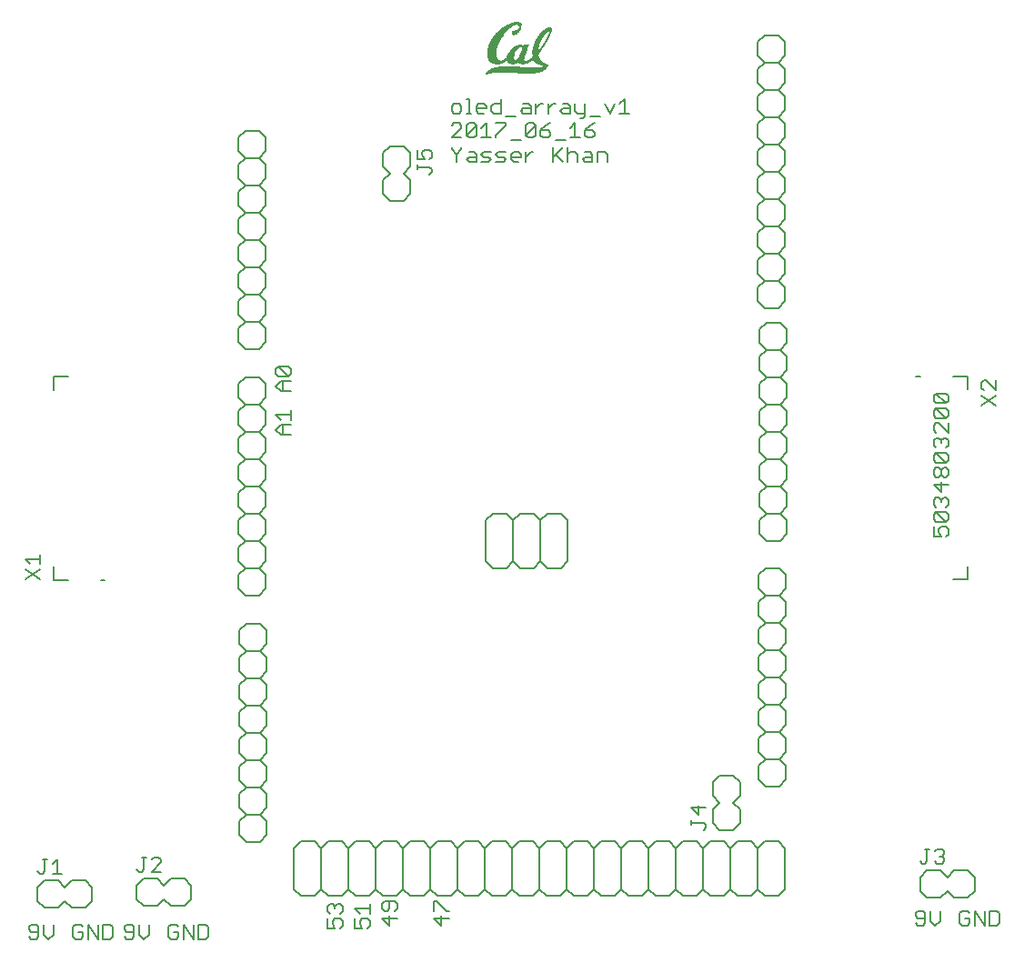
<source format=gto>
G75*
%MOIN*%
%OFA0B0*%
%FSLAX25Y25*%
%IPPOS*%
%LPD*%
%AMOC8*
5,1,8,0,0,1.08239X$1,22.5*
%
%ADD10C,0.00500*%
%ADD11R,0.00300X0.00100*%
%ADD12R,0.00600X0.00100*%
%ADD13R,0.00900X0.00100*%
%ADD14R,0.01300X0.00100*%
%ADD15R,0.01600X0.00100*%
%ADD16R,0.02800X0.00100*%
%ADD17R,0.02000X0.00100*%
%ADD18R,0.06400X0.00100*%
%ADD19R,0.02600X0.00100*%
%ADD20R,0.08700X0.00100*%
%ADD21R,0.03700X0.00100*%
%ADD22R,0.11100X0.00100*%
%ADD23R,0.19100X0.00100*%
%ADD24R,0.19300X0.00100*%
%ADD25R,0.19500X0.00100*%
%ADD26R,0.19700X0.00100*%
%ADD27R,0.19800X0.00100*%
%ADD28R,0.19600X0.00100*%
%ADD29R,0.19400X0.00100*%
%ADD30R,0.12400X0.00100*%
%ADD31R,0.02700X0.00100*%
%ADD32R,0.10300X0.00100*%
%ADD33R,0.02300X0.00100*%
%ADD34R,0.08000X0.00100*%
%ADD35R,0.02200X0.00100*%
%ADD36R,0.05400X0.00100*%
%ADD37R,0.00800X0.00100*%
%ADD38R,0.01900X0.00100*%
%ADD39R,0.01800X0.00100*%
%ADD40R,0.01700X0.00100*%
%ADD41R,0.02900X0.00100*%
%ADD42R,0.03000X0.00100*%
%ADD43R,0.01500X0.00100*%
%ADD44R,0.02100X0.00100*%
%ADD45R,0.03300X0.00100*%
%ADD46R,0.02500X0.00100*%
%ADD47R,0.03800X0.00100*%
%ADD48R,0.03200X0.00100*%
%ADD49R,0.04300X0.00100*%
%ADD50R,0.03100X0.00100*%
%ADD51R,0.03400X0.00100*%
%ADD52R,0.04600X0.00100*%
%ADD53R,0.04900X0.00100*%
%ADD54R,0.03600X0.00100*%
%ADD55R,0.04000X0.00100*%
%ADD56R,0.05200X0.00100*%
%ADD57R,0.04200X0.00100*%
%ADD58R,0.08500X0.00100*%
%ADD59R,0.05800X0.00100*%
%ADD60R,0.08600X0.00100*%
%ADD61R,0.06000X0.00100*%
%ADD62R,0.06900X0.00100*%
%ADD63R,0.04100X0.00100*%
%ADD64R,0.06700X0.00100*%
%ADD65R,0.03900X0.00100*%
%ADD66R,0.07900X0.00100*%
%ADD67R,0.07600X0.00100*%
%ADD68R,0.01400X0.00100*%
%ADD69R,0.03500X0.00100*%
%ADD70R,0.02400X0.00100*%
%ADD71R,0.01000X0.00100*%
%ADD72R,0.05100X0.00100*%
%ADD73R,0.05000X0.00100*%
%ADD74R,0.04800X0.00100*%
%ADD75R,0.00700X0.00100*%
%ADD76R,0.00400X0.00100*%
%ADD77R,0.01100X0.00100*%
%ADD78R,0.01200X0.00100*%
%ADD79R,0.04500X0.00100*%
%ADD80C,0.00600*%
%ADD81C,0.00800*%
D10*
X0010052Y0009850D02*
X0011855Y0009850D01*
X0012757Y0010752D01*
X0012757Y0014358D01*
X0011855Y0015260D01*
X0010052Y0015260D01*
X0009150Y0014358D01*
X0009150Y0013457D01*
X0010052Y0012555D01*
X0012757Y0012555D01*
X0014588Y0011653D02*
X0016391Y0009850D01*
X0018194Y0011653D01*
X0018194Y0015260D01*
X0014588Y0015260D02*
X0014588Y0011653D01*
X0010052Y0009850D02*
X0009150Y0010752D01*
X0025463Y0010752D02*
X0026365Y0009850D01*
X0028168Y0009850D01*
X0029070Y0010752D01*
X0029070Y0012555D01*
X0027266Y0012555D01*
X0025463Y0014358D02*
X0025463Y0010752D01*
X0025463Y0014358D02*
X0026365Y0015260D01*
X0028168Y0015260D01*
X0029070Y0014358D01*
X0030901Y0015260D02*
X0034508Y0009850D01*
X0034508Y0015260D01*
X0036339Y0015260D02*
X0039044Y0015260D01*
X0039945Y0014358D01*
X0039945Y0010752D01*
X0039044Y0009850D01*
X0036339Y0009850D01*
X0036339Y0015260D01*
X0030901Y0015260D02*
X0030901Y0009850D01*
X0044150Y0010752D02*
X0045052Y0009850D01*
X0046855Y0009850D01*
X0047757Y0010752D01*
X0047757Y0014358D01*
X0046855Y0015260D01*
X0045052Y0015260D01*
X0044150Y0014358D01*
X0044150Y0013457D01*
X0045052Y0012555D01*
X0047757Y0012555D01*
X0049588Y0011653D02*
X0051391Y0009850D01*
X0053194Y0011653D01*
X0053194Y0015260D01*
X0049588Y0015260D02*
X0049588Y0011653D01*
X0060463Y0010752D02*
X0061365Y0009850D01*
X0063168Y0009850D01*
X0064070Y0010752D01*
X0064070Y0012555D01*
X0062266Y0012555D01*
X0060463Y0014358D02*
X0060463Y0010752D01*
X0060463Y0014358D02*
X0061365Y0015260D01*
X0063168Y0015260D01*
X0064070Y0014358D01*
X0065901Y0015260D02*
X0069508Y0009850D01*
X0069508Y0015260D01*
X0071339Y0015260D02*
X0074044Y0015260D01*
X0074945Y0014358D01*
X0074945Y0010752D01*
X0074044Y0009850D01*
X0071339Y0009850D01*
X0071339Y0015260D01*
X0065901Y0015260D02*
X0065901Y0009850D01*
X0118745Y0013875D02*
X0121450Y0013875D01*
X0120549Y0015678D01*
X0120549Y0016580D01*
X0121450Y0017481D01*
X0123254Y0017481D01*
X0124156Y0016580D01*
X0124156Y0014776D01*
X0123254Y0013875D01*
X0128745Y0013875D02*
X0128745Y0017481D01*
X0130549Y0016580D02*
X0131450Y0017481D01*
X0133254Y0017481D01*
X0134156Y0016580D01*
X0134156Y0014776D01*
X0133254Y0013875D01*
X0131450Y0013875D02*
X0130549Y0015678D01*
X0130549Y0016580D01*
X0130549Y0019312D02*
X0128745Y0021116D01*
X0134156Y0021116D01*
X0134156Y0022919D02*
X0134156Y0019312D01*
X0138745Y0017580D02*
X0141450Y0014875D01*
X0141450Y0018481D01*
X0140549Y0020312D02*
X0141450Y0021214D01*
X0141450Y0023919D01*
X0139647Y0023919D02*
X0143254Y0023919D01*
X0144156Y0023017D01*
X0144156Y0021214D01*
X0143254Y0020312D01*
X0140549Y0020312D02*
X0139647Y0020312D01*
X0138745Y0021214D01*
X0138745Y0023017D01*
X0139647Y0023919D01*
X0138745Y0017580D02*
X0144156Y0017580D01*
X0131450Y0013875D02*
X0128745Y0013875D01*
X0123254Y0019312D02*
X0124156Y0020214D01*
X0124156Y0022017D01*
X0123254Y0022919D01*
X0122352Y0022919D01*
X0121450Y0022017D01*
X0121450Y0021116D01*
X0121450Y0022017D02*
X0120549Y0022919D01*
X0119647Y0022919D01*
X0118745Y0022017D01*
X0118745Y0020214D01*
X0119647Y0019312D01*
X0118745Y0017481D02*
X0118745Y0013875D01*
X0157745Y0017580D02*
X0160450Y0014875D01*
X0160450Y0018481D01*
X0162254Y0020312D02*
X0163156Y0020312D01*
X0162254Y0020312D02*
X0158647Y0023919D01*
X0157745Y0023919D01*
X0157745Y0020312D01*
X0157745Y0017580D02*
X0163156Y0017580D01*
X0013235Y0141922D02*
X0007825Y0145529D01*
X0009628Y0147360D02*
X0007825Y0149164D01*
X0013235Y0149164D01*
X0013235Y0150967D02*
X0013235Y0147360D01*
X0013235Y0145529D02*
X0007825Y0141922D01*
X0099745Y0196678D02*
X0101549Y0198481D01*
X0105156Y0198481D01*
X0105156Y0200312D02*
X0105156Y0203919D01*
X0105156Y0202116D02*
X0099745Y0202116D01*
X0101549Y0200312D01*
X0102450Y0198481D02*
X0102450Y0194875D01*
X0101549Y0194875D02*
X0099745Y0196678D01*
X0101549Y0194875D02*
X0105156Y0194875D01*
X0105156Y0210875D02*
X0101549Y0210875D01*
X0099745Y0212678D01*
X0101549Y0214481D01*
X0105156Y0214481D01*
X0104254Y0216312D02*
X0100647Y0216312D01*
X0099745Y0217214D01*
X0099745Y0219017D01*
X0100647Y0219919D01*
X0104254Y0216312D01*
X0105156Y0217214D01*
X0105156Y0219017D01*
X0104254Y0219919D01*
X0100647Y0219919D01*
X0102450Y0214481D02*
X0102450Y0210875D01*
X0165953Y0294850D02*
X0165953Y0297555D01*
X0167757Y0299358D01*
X0167757Y0300260D01*
X0165953Y0297555D02*
X0164150Y0299358D01*
X0164150Y0300260D01*
X0164150Y0303708D02*
X0167757Y0307315D01*
X0167757Y0308217D01*
X0166855Y0309118D01*
X0165052Y0309118D01*
X0164150Y0308217D01*
X0165052Y0312567D02*
X0164150Y0313468D01*
X0164150Y0315272D01*
X0165052Y0316173D01*
X0166855Y0316173D01*
X0167757Y0315272D01*
X0167757Y0313468D01*
X0166855Y0312567D01*
X0165052Y0312567D01*
X0169588Y0312567D02*
X0171391Y0312567D01*
X0170489Y0312567D02*
X0170489Y0317977D01*
X0169588Y0317977D01*
X0173213Y0315272D02*
X0174115Y0316173D01*
X0175918Y0316173D01*
X0176820Y0315272D01*
X0176820Y0314370D01*
X0173213Y0314370D01*
X0173213Y0313468D02*
X0173213Y0315272D01*
X0173213Y0313468D02*
X0174115Y0312567D01*
X0175918Y0312567D01*
X0178651Y0313468D02*
X0178651Y0315272D01*
X0179552Y0316173D01*
X0182257Y0316173D01*
X0182257Y0317977D02*
X0182257Y0312567D01*
X0179552Y0312567D01*
X0178651Y0313468D01*
X0184088Y0311665D02*
X0187695Y0311665D01*
X0189526Y0313468D02*
X0190428Y0314370D01*
X0193133Y0314370D01*
X0193133Y0315272D02*
X0193133Y0312567D01*
X0190428Y0312567D01*
X0189526Y0313468D01*
X0190428Y0316173D02*
X0192231Y0316173D01*
X0193133Y0315272D01*
X0194964Y0316173D02*
X0194964Y0312567D01*
X0194964Y0314370D02*
X0196767Y0316173D01*
X0197669Y0316173D01*
X0199495Y0316173D02*
X0199495Y0312567D01*
X0199495Y0314370D02*
X0201298Y0316173D01*
X0202200Y0316173D01*
X0204928Y0316173D02*
X0206732Y0316173D01*
X0207633Y0315272D01*
X0207633Y0312567D01*
X0204928Y0312567D01*
X0204027Y0313468D01*
X0204928Y0314370D01*
X0207633Y0314370D01*
X0209464Y0313468D02*
X0210366Y0312567D01*
X0213071Y0312567D01*
X0213071Y0311665D02*
X0212169Y0310763D01*
X0211268Y0310763D01*
X0213071Y0311665D02*
X0213071Y0316173D01*
X0209464Y0316173D02*
X0209464Y0313468D01*
X0214902Y0311665D02*
X0218509Y0311665D01*
X0216696Y0309118D02*
X0214893Y0308217D01*
X0213089Y0306413D01*
X0215794Y0306413D01*
X0216696Y0305512D01*
X0216696Y0304610D01*
X0215794Y0303708D01*
X0213991Y0303708D01*
X0213089Y0304610D01*
X0213089Y0306413D01*
X0211258Y0303708D02*
X0207652Y0303708D01*
X0209455Y0303708D02*
X0209455Y0309118D01*
X0207652Y0307315D01*
X0205821Y0302807D02*
X0202214Y0302807D01*
X0200383Y0304610D02*
X0200383Y0305512D01*
X0199481Y0306413D01*
X0196776Y0306413D01*
X0196776Y0304610D01*
X0197678Y0303708D01*
X0199481Y0303708D01*
X0200383Y0304610D01*
X0198580Y0308217D02*
X0196776Y0306413D01*
X0198580Y0308217D02*
X0200383Y0309118D01*
X0194945Y0308217D02*
X0194945Y0304610D01*
X0194044Y0303708D01*
X0192240Y0303708D01*
X0191339Y0304610D01*
X0194945Y0308217D01*
X0194044Y0309118D01*
X0192240Y0309118D01*
X0191339Y0308217D01*
X0191339Y0304610D01*
X0189508Y0302807D02*
X0185901Y0302807D01*
X0180463Y0303708D02*
X0180463Y0304610D01*
X0184070Y0308217D01*
X0184070Y0309118D01*
X0180463Y0309118D01*
X0176829Y0309118D02*
X0176829Y0303708D01*
X0178632Y0303708D02*
X0175025Y0303708D01*
X0173194Y0304610D02*
X0173194Y0308217D01*
X0169588Y0304610D01*
X0170489Y0303708D01*
X0172293Y0303708D01*
X0173194Y0304610D01*
X0175025Y0307315D02*
X0176829Y0309118D01*
X0173194Y0308217D02*
X0172293Y0309118D01*
X0170489Y0309118D01*
X0169588Y0308217D01*
X0169588Y0304610D01*
X0167757Y0303708D02*
X0164150Y0303708D01*
X0170489Y0298457D02*
X0172293Y0298457D01*
X0173194Y0297555D01*
X0173194Y0294850D01*
X0170489Y0294850D01*
X0169588Y0295752D01*
X0170489Y0296653D01*
X0173194Y0296653D01*
X0175025Y0297555D02*
X0175927Y0298457D01*
X0178632Y0298457D01*
X0177730Y0296653D02*
X0178632Y0295752D01*
X0177730Y0294850D01*
X0175025Y0294850D01*
X0175927Y0296653D02*
X0175025Y0297555D01*
X0175927Y0296653D02*
X0177730Y0296653D01*
X0180463Y0297555D02*
X0181365Y0298457D01*
X0184070Y0298457D01*
X0183168Y0296653D02*
X0181365Y0296653D01*
X0180463Y0297555D01*
X0180463Y0294850D02*
X0183168Y0294850D01*
X0184070Y0295752D01*
X0183168Y0296653D01*
X0185901Y0296653D02*
X0189508Y0296653D01*
X0189508Y0297555D01*
X0188606Y0298457D01*
X0186803Y0298457D01*
X0185901Y0297555D01*
X0185901Y0295752D01*
X0186803Y0294850D01*
X0188606Y0294850D01*
X0191339Y0294850D02*
X0191339Y0298457D01*
X0193142Y0298457D02*
X0194044Y0298457D01*
X0193142Y0298457D02*
X0191339Y0296653D01*
X0201308Y0296653D02*
X0204914Y0300260D01*
X0206745Y0300260D02*
X0206745Y0294850D01*
X0204914Y0294850D02*
X0202209Y0297555D01*
X0201308Y0300260D02*
X0201308Y0294850D01*
X0206745Y0297555D02*
X0207647Y0298457D01*
X0209450Y0298457D01*
X0210352Y0297555D01*
X0210352Y0294850D01*
X0212183Y0295752D02*
X0213085Y0296653D01*
X0215790Y0296653D01*
X0215790Y0297555D02*
X0215790Y0294850D01*
X0213085Y0294850D01*
X0212183Y0295752D01*
X0213085Y0298457D02*
X0214888Y0298457D01*
X0215790Y0297555D01*
X0217621Y0298457D02*
X0220326Y0298457D01*
X0221228Y0297555D01*
X0221228Y0294850D01*
X0217621Y0294850D02*
X0217621Y0298457D01*
X0222143Y0312567D02*
X0223946Y0316173D01*
X0225777Y0316173D02*
X0227581Y0317977D01*
X0227581Y0312567D01*
X0229384Y0312567D02*
X0225777Y0312567D01*
X0222143Y0312567D02*
X0220340Y0316173D01*
X0340863Y0209088D02*
X0340863Y0207285D01*
X0341764Y0206383D01*
X0345371Y0206383D01*
X0341764Y0209990D01*
X0345371Y0209990D01*
X0346273Y0209088D01*
X0346273Y0207285D01*
X0345371Y0206383D01*
X0345371Y0204552D02*
X0346273Y0203650D01*
X0346273Y0201847D01*
X0345371Y0200945D01*
X0341764Y0204552D01*
X0345371Y0204552D01*
X0341764Y0204552D02*
X0340863Y0203650D01*
X0340863Y0201847D01*
X0341764Y0200945D01*
X0345371Y0200945D01*
X0346273Y0199114D02*
X0346273Y0195508D01*
X0342666Y0199114D01*
X0341764Y0199114D01*
X0340863Y0198213D01*
X0340863Y0196409D01*
X0341764Y0195508D01*
X0341764Y0193677D02*
X0342666Y0193677D01*
X0343568Y0192775D01*
X0344469Y0193677D01*
X0345371Y0193677D01*
X0346273Y0192775D01*
X0346273Y0190972D01*
X0345371Y0190070D01*
X0345371Y0188239D02*
X0346273Y0187337D01*
X0346273Y0185534D01*
X0345371Y0184632D01*
X0341764Y0188239D01*
X0345371Y0188239D01*
X0341764Y0188239D02*
X0340863Y0187337D01*
X0340863Y0185534D01*
X0341764Y0184632D01*
X0345371Y0184632D01*
X0345371Y0182801D02*
X0346273Y0181900D01*
X0346273Y0180096D01*
X0345371Y0179195D01*
X0344469Y0179195D01*
X0343568Y0180096D01*
X0343568Y0181900D01*
X0344469Y0182801D01*
X0345371Y0182801D01*
X0343568Y0181900D02*
X0342666Y0182801D01*
X0341764Y0182801D01*
X0340863Y0181900D01*
X0340863Y0180096D01*
X0341764Y0179195D01*
X0342666Y0179195D01*
X0343568Y0180096D01*
X0343568Y0177364D02*
X0343568Y0173757D01*
X0340863Y0176462D01*
X0346273Y0176462D01*
X0345371Y0171926D02*
X0346273Y0171024D01*
X0346273Y0169221D01*
X0345371Y0168319D01*
X0345371Y0166488D02*
X0346273Y0165586D01*
X0346273Y0163783D01*
X0345371Y0162881D01*
X0341764Y0166488D01*
X0345371Y0166488D01*
X0345371Y0162881D02*
X0341764Y0162881D01*
X0340863Y0163783D01*
X0340863Y0165586D01*
X0341764Y0166488D01*
X0341764Y0168319D02*
X0340863Y0169221D01*
X0340863Y0171024D01*
X0341764Y0171926D01*
X0342666Y0171926D01*
X0343568Y0171024D01*
X0344469Y0171926D01*
X0345371Y0171926D01*
X0343568Y0171024D02*
X0343568Y0170122D01*
X0343568Y0161050D02*
X0345371Y0161050D01*
X0346273Y0160149D01*
X0346273Y0158345D01*
X0345371Y0157444D01*
X0343568Y0157444D02*
X0342666Y0159247D01*
X0342666Y0160149D01*
X0343568Y0161050D01*
X0340863Y0161050D02*
X0340863Y0157444D01*
X0343568Y0157444D01*
X0341764Y0190070D02*
X0340863Y0190972D01*
X0340863Y0192775D01*
X0341764Y0193677D01*
X0343568Y0192775D02*
X0343568Y0191873D01*
X0358267Y0205670D02*
X0363678Y0209277D01*
X0363678Y0211108D02*
X0360071Y0214714D01*
X0359169Y0214714D01*
X0358267Y0213813D01*
X0358267Y0212009D01*
X0359169Y0211108D01*
X0358267Y0209277D02*
X0363678Y0205670D01*
X0363678Y0211108D02*
X0363678Y0214714D01*
X0341764Y0209990D02*
X0340863Y0209088D01*
X0339588Y0020260D02*
X0339588Y0016653D01*
X0341391Y0014850D01*
X0343194Y0016653D01*
X0343194Y0020260D01*
X0337757Y0019358D02*
X0337757Y0015752D01*
X0336855Y0014850D01*
X0335052Y0014850D01*
X0334150Y0015752D01*
X0335052Y0017555D02*
X0334150Y0018457D01*
X0334150Y0019358D01*
X0335052Y0020260D01*
X0336855Y0020260D01*
X0337757Y0019358D01*
X0337757Y0017555D02*
X0335052Y0017555D01*
X0350463Y0015752D02*
X0351365Y0014850D01*
X0353168Y0014850D01*
X0354070Y0015752D01*
X0354070Y0017555D01*
X0352266Y0017555D01*
X0350463Y0019358D02*
X0350463Y0015752D01*
X0350463Y0019358D02*
X0351365Y0020260D01*
X0353168Y0020260D01*
X0354070Y0019358D01*
X0355901Y0020260D02*
X0359508Y0014850D01*
X0359508Y0020260D01*
X0361339Y0020260D02*
X0361339Y0014850D01*
X0364044Y0014850D01*
X0364945Y0015752D01*
X0364945Y0019358D01*
X0364044Y0020260D01*
X0361339Y0020260D01*
X0355901Y0020260D02*
X0355901Y0014850D01*
D11*
X0176800Y0326800D03*
X0186400Y0330500D03*
D12*
X0176950Y0326900D03*
X0199950Y0341200D03*
X0200150Y0341700D03*
X0200250Y0342000D03*
X0200250Y0344000D03*
D13*
X0198600Y0338500D03*
X0198400Y0338200D03*
X0198300Y0338000D03*
X0198200Y0337900D03*
X0198200Y0337800D03*
X0198100Y0337700D03*
X0198000Y0337600D03*
X0198000Y0337500D03*
X0197900Y0337400D03*
X0197800Y0337300D03*
X0197800Y0337200D03*
X0197700Y0337100D03*
X0197600Y0337000D03*
X0197600Y0336900D03*
X0197500Y0336800D03*
X0197400Y0336700D03*
X0197400Y0336600D03*
X0197300Y0336500D03*
X0197200Y0336400D03*
X0197100Y0336300D03*
X0197100Y0336200D03*
X0197000Y0336100D03*
X0196900Y0336000D03*
X0189100Y0343400D03*
X0189200Y0343600D03*
X0189400Y0344400D03*
X0177200Y0327000D03*
D14*
X0177400Y0327100D03*
X0200100Y0343800D03*
D15*
X0188250Y0345800D03*
X0189350Y0337400D03*
X0192750Y0331700D03*
X0190250Y0330600D03*
X0183350Y0331700D03*
X0177650Y0327200D03*
D16*
X0180950Y0330700D03*
X0185550Y0332900D03*
X0192450Y0327200D03*
X0196650Y0330800D03*
X0195150Y0334800D03*
X0195150Y0334900D03*
D17*
X0195350Y0337700D03*
X0195450Y0337900D03*
X0195450Y0338000D03*
X0195550Y0338200D03*
X0195550Y0338300D03*
X0195650Y0338400D03*
X0195650Y0338500D03*
X0195750Y0338600D03*
X0195750Y0338700D03*
X0195850Y0338900D03*
X0195950Y0339100D03*
X0196050Y0339300D03*
X0196150Y0339500D03*
X0196250Y0339700D03*
X0196550Y0340200D03*
X0197850Y0341900D03*
X0197950Y0342000D03*
X0198050Y0342100D03*
X0198150Y0342200D03*
X0198250Y0342300D03*
X0191450Y0337300D03*
X0191450Y0337200D03*
X0191050Y0336300D03*
X0191050Y0336200D03*
X0191050Y0336100D03*
X0190250Y0334100D03*
X0190050Y0333600D03*
X0189950Y0333400D03*
X0189950Y0333300D03*
X0189850Y0333200D03*
X0189850Y0333100D03*
X0189750Y0332900D03*
X0189250Y0337300D03*
X0187350Y0341800D03*
X0198250Y0329500D03*
X0177950Y0327300D03*
D18*
X0191750Y0327300D03*
D19*
X0189450Y0332200D03*
X0185650Y0333200D03*
X0185650Y0333300D03*
X0178350Y0327400D03*
X0183450Y0343100D03*
X0183550Y0343200D03*
X0183650Y0343300D03*
X0183750Y0343400D03*
X0195050Y0334600D03*
X0194950Y0332800D03*
X0195650Y0331600D03*
X0195750Y0331500D03*
X0195850Y0331400D03*
X0195950Y0331300D03*
X0196050Y0331200D03*
X0196150Y0331100D03*
X0198150Y0330200D03*
X0199550Y0343100D03*
D20*
X0191100Y0327400D03*
D21*
X0190600Y0331100D03*
X0179600Y0332000D03*
X0179000Y0327500D03*
D22*
X0190400Y0327500D03*
D23*
X0189400Y0329100D03*
X0186800Y0327600D03*
D24*
X0187000Y0327700D03*
X0189200Y0329000D03*
D25*
X0187200Y0327800D03*
D26*
X0187400Y0327900D03*
X0187600Y0328000D03*
X0188500Y0328600D03*
X0188700Y0328700D03*
D27*
X0188350Y0328500D03*
X0188250Y0328400D03*
X0188050Y0328300D03*
X0187950Y0328200D03*
X0187750Y0328100D03*
D28*
X0188850Y0328800D03*
D29*
X0189050Y0328900D03*
D30*
X0186450Y0329200D03*
D31*
X0185600Y0333000D03*
X0185600Y0333100D03*
X0189400Y0332100D03*
X0190400Y0330800D03*
X0194900Y0332700D03*
X0195100Y0334700D03*
X0196300Y0331000D03*
X0196500Y0330900D03*
X0197700Y0329200D03*
X0199500Y0343000D03*
X0186400Y0345000D03*
X0183300Y0343000D03*
X0183200Y0342900D03*
X0183100Y0342800D03*
X0183000Y0342700D03*
X0182900Y0342600D03*
X0182800Y0342500D03*
X0182700Y0342400D03*
D32*
X0185800Y0329300D03*
D33*
X0186000Y0334200D03*
X0186100Y0334400D03*
X0186200Y0334600D03*
X0186300Y0334800D03*
X0188000Y0336600D03*
X0188200Y0336700D03*
X0189600Y0332500D03*
X0190300Y0330700D03*
X0194900Y0333200D03*
X0194900Y0333300D03*
X0194900Y0333400D03*
X0194900Y0333500D03*
X0194900Y0333600D03*
X0194900Y0333700D03*
X0194900Y0333800D03*
X0194900Y0333900D03*
X0194900Y0334000D03*
X0194900Y0334100D03*
X0194900Y0334200D03*
X0198000Y0329300D03*
X0199700Y0343300D03*
X0187900Y0342500D03*
X0187600Y0342200D03*
X0187500Y0342100D03*
X0185300Y0344500D03*
X0185100Y0344400D03*
X0184800Y0344200D03*
X0188100Y0345700D03*
D34*
X0185150Y0329400D03*
D35*
X0189650Y0332600D03*
X0189650Y0332700D03*
X0186550Y0335100D03*
X0186550Y0335200D03*
X0186650Y0335300D03*
X0186750Y0335400D03*
X0186850Y0335600D03*
X0186950Y0335700D03*
X0187050Y0335800D03*
X0187150Y0335900D03*
X0187250Y0336000D03*
X0187350Y0336100D03*
X0187450Y0336200D03*
X0187550Y0336300D03*
X0187850Y0336500D03*
X0186450Y0335000D03*
X0186350Y0334900D03*
X0186250Y0334700D03*
X0186150Y0334500D03*
X0187450Y0342000D03*
X0188050Y0342600D03*
X0195150Y0337000D03*
X0195150Y0336900D03*
X0195050Y0336600D03*
X0195050Y0336500D03*
X0195050Y0336400D03*
X0195050Y0336300D03*
X0195050Y0336200D03*
X0194950Y0336100D03*
X0194950Y0336000D03*
X0194950Y0335900D03*
X0194950Y0335800D03*
X0194950Y0335700D03*
X0198150Y0329400D03*
X0198550Y0342500D03*
X0199750Y0343400D03*
D36*
X0184550Y0329500D03*
X0181050Y0331400D03*
D37*
X0184150Y0329600D03*
X0189150Y0343500D03*
X0189250Y0343700D03*
X0189250Y0343800D03*
X0189350Y0343900D03*
X0189350Y0344000D03*
X0189350Y0344100D03*
X0189350Y0344200D03*
X0189350Y0344300D03*
X0198950Y0339200D03*
X0198950Y0339100D03*
X0198850Y0339000D03*
X0198850Y0338900D03*
X0198750Y0338800D03*
X0198750Y0338700D03*
X0198650Y0338600D03*
X0198550Y0338400D03*
X0198450Y0338300D03*
X0198350Y0338100D03*
X0199050Y0339300D03*
X0199150Y0339500D03*
X0199250Y0339700D03*
X0199350Y0339900D03*
X0199450Y0340100D03*
X0199550Y0340300D03*
X0199650Y0340500D03*
X0200350Y0342400D03*
X0200350Y0342500D03*
D38*
X0199800Y0343500D03*
X0197800Y0341800D03*
X0197700Y0341700D03*
X0197600Y0341600D03*
X0197500Y0341500D03*
X0197400Y0341400D03*
X0197300Y0341300D03*
X0197200Y0341100D03*
X0197100Y0341000D03*
X0197000Y0340900D03*
X0196900Y0340700D03*
X0196800Y0340600D03*
X0196700Y0340500D03*
X0196700Y0340400D03*
X0196600Y0340300D03*
X0196500Y0340100D03*
X0196400Y0340000D03*
X0196400Y0339900D03*
X0196300Y0339800D03*
X0196200Y0339600D03*
X0196100Y0339400D03*
X0196000Y0339200D03*
X0195900Y0339000D03*
X0195800Y0338800D03*
X0191500Y0337500D03*
X0191500Y0337400D03*
X0191000Y0336000D03*
X0191000Y0335900D03*
X0190900Y0335800D03*
X0190900Y0335700D03*
X0190800Y0335500D03*
X0190800Y0335400D03*
X0190700Y0335200D03*
X0190600Y0335000D03*
X0190600Y0334900D03*
X0190500Y0334800D03*
X0190500Y0334700D03*
X0190500Y0334600D03*
X0190400Y0334500D03*
X0190400Y0334400D03*
X0190300Y0334300D03*
X0190300Y0334200D03*
X0190200Y0334000D03*
X0190200Y0333900D03*
X0190100Y0333800D03*
X0190100Y0333700D03*
X0190000Y0333500D03*
X0198500Y0330100D03*
X0198500Y0329700D03*
X0198400Y0329600D03*
X0187300Y0341700D03*
X0188200Y0342700D03*
X0180900Y0330600D03*
D39*
X0190650Y0335100D03*
X0190750Y0335300D03*
X0190850Y0335600D03*
X0192450Y0331600D03*
X0198550Y0330000D03*
X0198550Y0329800D03*
X0196950Y0340800D03*
X0197250Y0341200D03*
D40*
X0199900Y0343600D03*
X0188400Y0342800D03*
X0187200Y0341600D03*
X0198600Y0329900D03*
D41*
X0197900Y0330300D03*
X0196900Y0330700D03*
X0194800Y0332600D03*
X0195200Y0335000D03*
X0189300Y0332000D03*
X0186500Y0330900D03*
X0185500Y0332700D03*
X0185500Y0332800D03*
X0182300Y0342000D03*
X0182400Y0342100D03*
X0182500Y0342200D03*
X0182600Y0342300D03*
X0188000Y0345600D03*
X0199300Y0342800D03*
X0199400Y0342900D03*
D42*
X0199250Y0342700D03*
X0195250Y0335100D03*
X0197150Y0330600D03*
X0197350Y0330500D03*
X0197650Y0330400D03*
X0185450Y0332600D03*
X0181650Y0341200D03*
X0181750Y0341300D03*
X0181850Y0341400D03*
X0181850Y0341500D03*
X0181950Y0341600D03*
X0182050Y0341700D03*
X0182150Y0341800D03*
X0182250Y0341900D03*
D43*
X0192900Y0331800D03*
X0193100Y0331900D03*
X0186500Y0330600D03*
X0200000Y0343700D03*
D44*
X0198400Y0342400D03*
X0195500Y0338100D03*
X0195400Y0337800D03*
X0195300Y0337600D03*
X0195300Y0337500D03*
X0195300Y0337400D03*
X0195200Y0337300D03*
X0195200Y0337200D03*
X0195200Y0337100D03*
X0195100Y0336800D03*
X0195100Y0336700D03*
X0191100Y0336600D03*
X0191100Y0336500D03*
X0191100Y0336400D03*
X0187700Y0336400D03*
X0186800Y0335500D03*
X0189800Y0333000D03*
X0189700Y0332800D03*
X0186500Y0330700D03*
X0187400Y0341900D03*
D45*
X0187900Y0345500D03*
X0180700Y0339900D03*
X0180500Y0339600D03*
X0180400Y0339400D03*
X0180300Y0339300D03*
X0180300Y0339200D03*
X0180200Y0339100D03*
X0180200Y0339000D03*
X0180100Y0338900D03*
X0180100Y0338800D03*
X0180000Y0338700D03*
X0179900Y0338500D03*
X0179800Y0338300D03*
X0179700Y0338100D03*
X0179700Y0338000D03*
X0179600Y0337900D03*
X0179600Y0337800D03*
X0179500Y0337600D03*
X0179400Y0337300D03*
X0179300Y0337000D03*
X0179200Y0336700D03*
X0179100Y0336300D03*
X0179000Y0335900D03*
X0178900Y0335200D03*
X0178900Y0335100D03*
X0178900Y0333600D03*
X0181000Y0330800D03*
D46*
X0185700Y0333400D03*
X0185700Y0333500D03*
X0185800Y0333600D03*
X0185800Y0333700D03*
X0186500Y0330800D03*
X0195400Y0331900D03*
X0195400Y0332000D03*
X0195500Y0331800D03*
X0195600Y0331700D03*
X0195000Y0334400D03*
X0195000Y0334500D03*
X0199600Y0343200D03*
X0186100Y0344900D03*
X0184100Y0343700D03*
X0184000Y0343600D03*
X0183900Y0343500D03*
D47*
X0185350Y0332100D03*
X0186550Y0331300D03*
X0180950Y0330900D03*
X0179750Y0331900D03*
D48*
X0185350Y0332400D03*
X0190450Y0330900D03*
X0194750Y0332400D03*
X0195350Y0335400D03*
X0195450Y0335500D03*
X0195450Y0335600D03*
X0181250Y0340700D03*
X0181050Y0340400D03*
X0180950Y0340300D03*
X0180850Y0340100D03*
X0180750Y0340000D03*
X0180650Y0339800D03*
X0180550Y0339700D03*
X0180450Y0339500D03*
D49*
X0181000Y0331000D03*
D50*
X0185400Y0332500D03*
X0186500Y0331000D03*
X0194800Y0332500D03*
X0195300Y0335200D03*
X0195300Y0335300D03*
X0199200Y0342600D03*
X0181600Y0341100D03*
X0181500Y0341000D03*
X0181400Y0340900D03*
X0181300Y0340800D03*
X0181200Y0340600D03*
X0181100Y0340500D03*
X0180900Y0340200D03*
D51*
X0179950Y0338600D03*
X0179850Y0338400D03*
X0179750Y0338200D03*
X0179550Y0337700D03*
X0179450Y0337500D03*
X0179450Y0337400D03*
X0179350Y0337200D03*
X0179350Y0337100D03*
X0179250Y0336900D03*
X0179250Y0336800D03*
X0179150Y0336600D03*
X0179150Y0336500D03*
X0179150Y0336400D03*
X0179050Y0336200D03*
X0179050Y0336100D03*
X0179050Y0336000D03*
X0178950Y0335800D03*
X0178950Y0335700D03*
X0178950Y0335600D03*
X0178950Y0335500D03*
X0178950Y0335400D03*
X0178950Y0335300D03*
X0178850Y0335000D03*
X0178850Y0334900D03*
X0178850Y0334800D03*
X0178850Y0334700D03*
X0178850Y0334600D03*
X0178850Y0334500D03*
X0178850Y0334400D03*
X0178850Y0334300D03*
X0178850Y0334200D03*
X0178850Y0334100D03*
X0178850Y0334000D03*
X0178850Y0333900D03*
X0178850Y0333800D03*
X0178850Y0333700D03*
X0178950Y0333500D03*
X0178950Y0333400D03*
X0178950Y0333300D03*
X0178950Y0333200D03*
X0179050Y0333100D03*
X0179050Y0333000D03*
X0179050Y0332900D03*
X0179150Y0332700D03*
X0185350Y0332300D03*
X0186550Y0331100D03*
X0190550Y0331000D03*
D52*
X0190050Y0337100D03*
X0181050Y0331100D03*
D53*
X0181000Y0331200D03*
D54*
X0179550Y0332100D03*
X0179450Y0332200D03*
X0185350Y0332200D03*
X0186550Y0331200D03*
X0194650Y0332200D03*
X0187750Y0345400D03*
D55*
X0190650Y0331200D03*
D56*
X0181050Y0331300D03*
D57*
X0190750Y0331300D03*
X0187550Y0345200D03*
D58*
X0188800Y0331400D03*
D59*
X0181050Y0331500D03*
D60*
X0188850Y0331500D03*
D61*
X0181050Y0331600D03*
D62*
X0187900Y0331600D03*
D63*
X0185400Y0332000D03*
X0180100Y0331700D03*
D64*
X0187700Y0331700D03*
D65*
X0194600Y0332100D03*
X0179900Y0331800D03*
X0187700Y0345300D03*
D66*
X0186900Y0331800D03*
D67*
X0186950Y0331900D03*
D68*
X0193250Y0332000D03*
X0187150Y0341500D03*
X0188650Y0342900D03*
X0189050Y0345000D03*
D69*
X0194700Y0332300D03*
X0179400Y0332300D03*
X0179300Y0332400D03*
X0179300Y0332500D03*
X0179200Y0332600D03*
X0179100Y0332800D03*
D70*
X0185850Y0333800D03*
X0185850Y0333900D03*
X0185950Y0334000D03*
X0185950Y0334100D03*
X0186050Y0334300D03*
X0189450Y0332300D03*
X0189550Y0332400D03*
X0191050Y0336700D03*
X0189150Y0337200D03*
X0187650Y0342300D03*
X0187750Y0342400D03*
X0185850Y0344800D03*
X0185650Y0344700D03*
X0185450Y0344600D03*
X0184950Y0344300D03*
X0184650Y0344100D03*
X0184550Y0344000D03*
X0184350Y0343900D03*
X0184250Y0343800D03*
X0194950Y0334300D03*
X0194950Y0333100D03*
X0194950Y0333000D03*
X0194950Y0332900D03*
D71*
X0196650Y0335700D03*
X0196750Y0335800D03*
X0196850Y0335900D03*
X0189450Y0337500D03*
X0188950Y0343200D03*
X0189050Y0343300D03*
X0189350Y0344500D03*
X0189350Y0344600D03*
X0189250Y0344800D03*
X0200150Y0343900D03*
D72*
X0189700Y0336800D03*
D73*
X0189850Y0336900D03*
D74*
X0189950Y0337000D03*
D75*
X0199100Y0339400D03*
X0199200Y0339600D03*
X0199300Y0339800D03*
X0199400Y0340000D03*
X0199500Y0340200D03*
X0199600Y0340400D03*
X0199700Y0340600D03*
X0199700Y0340700D03*
X0199800Y0340800D03*
X0199800Y0340900D03*
X0199900Y0341000D03*
X0199900Y0341100D03*
X0200000Y0341300D03*
X0200000Y0341400D03*
X0200100Y0341500D03*
X0200100Y0341600D03*
X0200200Y0341800D03*
X0200200Y0341900D03*
X0200300Y0342100D03*
X0200300Y0342200D03*
X0200300Y0342300D03*
D76*
X0187050Y0341300D03*
D77*
X0187100Y0341400D03*
X0188900Y0343100D03*
X0189300Y0344700D03*
D78*
X0189150Y0344900D03*
X0188750Y0343000D03*
D79*
X0187500Y0345100D03*
D80*
X0155921Y0299302D02*
X0156806Y0298417D01*
X0156806Y0296647D01*
X0155921Y0295762D01*
X0154150Y0295762D02*
X0153265Y0297532D01*
X0153265Y0298417D01*
X0154150Y0299302D01*
X0155921Y0299302D01*
X0154150Y0295762D02*
X0151495Y0295762D01*
X0151495Y0299302D01*
X0151495Y0293865D02*
X0151495Y0292095D01*
X0151495Y0292980D02*
X0155921Y0292980D01*
X0156806Y0292095D01*
X0156806Y0291210D01*
X0155921Y0290325D01*
X0095986Y0288811D02*
X0093486Y0286311D01*
X0088486Y0286311D01*
X0085986Y0288811D01*
X0085986Y0293811D01*
X0088486Y0296311D01*
X0085986Y0298811D01*
X0085986Y0303811D01*
X0088486Y0306311D01*
X0093486Y0306311D01*
X0095986Y0303811D01*
X0095986Y0298811D01*
X0093486Y0296311D01*
X0095986Y0293811D01*
X0095986Y0288811D01*
X0093486Y0286311D02*
X0095986Y0283811D01*
X0095986Y0278811D01*
X0093486Y0276311D01*
X0095986Y0273811D01*
X0095986Y0268811D01*
X0093486Y0266311D01*
X0095986Y0263811D01*
X0095986Y0258811D01*
X0093486Y0256311D01*
X0088486Y0256311D01*
X0085986Y0258811D01*
X0085986Y0263811D01*
X0088486Y0266311D01*
X0085986Y0268811D01*
X0085986Y0273811D01*
X0088486Y0276311D01*
X0085986Y0278811D01*
X0085986Y0283811D01*
X0088486Y0286311D01*
X0088486Y0276311D02*
X0093486Y0276311D01*
X0093486Y0266311D02*
X0088486Y0266311D01*
X0088486Y0256311D02*
X0085986Y0253811D01*
X0085986Y0248811D01*
X0088486Y0246311D01*
X0085986Y0243811D01*
X0085986Y0238811D01*
X0088486Y0236311D01*
X0085986Y0233811D01*
X0085986Y0228811D01*
X0088486Y0226311D01*
X0093486Y0226311D01*
X0095986Y0228811D01*
X0095986Y0233811D01*
X0093486Y0236311D01*
X0088486Y0236311D01*
X0093486Y0236311D02*
X0095986Y0238811D01*
X0095986Y0243811D01*
X0093486Y0246311D01*
X0088486Y0246311D01*
X0093486Y0246311D02*
X0095986Y0248811D01*
X0095986Y0253811D01*
X0093486Y0256311D01*
X0093486Y0215987D02*
X0088486Y0215987D01*
X0085986Y0213487D01*
X0085986Y0208487D01*
X0088486Y0205987D01*
X0085986Y0203487D01*
X0085986Y0198487D01*
X0088486Y0195987D01*
X0093486Y0195987D01*
X0095986Y0198487D01*
X0095986Y0203487D01*
X0093486Y0205987D01*
X0088486Y0205987D01*
X0093486Y0205987D02*
X0095986Y0208487D01*
X0095986Y0213487D01*
X0093486Y0215987D01*
X0093486Y0195987D02*
X0095986Y0193487D01*
X0095986Y0188487D01*
X0093486Y0185987D01*
X0095986Y0183487D01*
X0095986Y0178487D01*
X0093486Y0175987D01*
X0095986Y0173487D01*
X0095986Y0168487D01*
X0093486Y0165987D01*
X0088486Y0165987D01*
X0085986Y0168487D01*
X0085986Y0173487D01*
X0088486Y0175987D01*
X0085986Y0178487D01*
X0085986Y0183487D01*
X0088486Y0185987D01*
X0085986Y0188487D01*
X0085986Y0193487D01*
X0088486Y0195987D01*
X0088486Y0185987D02*
X0093486Y0185987D01*
X0093486Y0175987D02*
X0088486Y0175987D01*
X0088486Y0165987D02*
X0085986Y0163487D01*
X0085986Y0158487D01*
X0088486Y0155987D01*
X0085986Y0153487D01*
X0085986Y0148487D01*
X0088486Y0145987D01*
X0085986Y0143487D01*
X0085986Y0138487D01*
X0088486Y0135987D01*
X0093486Y0135987D01*
X0095986Y0138487D01*
X0095986Y0143487D01*
X0093486Y0145987D01*
X0088486Y0145987D01*
X0093486Y0145987D02*
X0095986Y0148487D01*
X0095986Y0153487D01*
X0093486Y0155987D01*
X0088486Y0155987D01*
X0093486Y0155987D02*
X0095986Y0158487D01*
X0095986Y0163487D01*
X0093486Y0165987D01*
X0093819Y0125663D02*
X0088819Y0125663D01*
X0086319Y0123163D01*
X0086319Y0118163D01*
X0088819Y0115663D01*
X0086319Y0113163D01*
X0086319Y0108163D01*
X0088819Y0105663D01*
X0093819Y0105663D01*
X0096319Y0108163D01*
X0096319Y0113163D01*
X0093819Y0115663D01*
X0088819Y0115663D01*
X0093819Y0115663D02*
X0096319Y0118163D01*
X0096319Y0123163D01*
X0093819Y0125663D01*
X0093819Y0105663D02*
X0096319Y0103163D01*
X0096319Y0098163D01*
X0093819Y0095663D01*
X0096319Y0093163D01*
X0096319Y0088163D01*
X0093819Y0085663D01*
X0096319Y0083163D01*
X0096319Y0078163D01*
X0093819Y0075663D01*
X0088819Y0075663D01*
X0086319Y0078163D01*
X0086319Y0083163D01*
X0088819Y0085663D01*
X0086319Y0088163D01*
X0086319Y0093163D01*
X0088819Y0095663D01*
X0086319Y0098163D01*
X0086319Y0103163D01*
X0088819Y0105663D01*
X0088819Y0095663D02*
X0093819Y0095663D01*
X0093819Y0085663D02*
X0088819Y0085663D01*
X0088819Y0075663D02*
X0086319Y0073163D01*
X0086319Y0068163D01*
X0088819Y0065663D01*
X0086319Y0063163D01*
X0086319Y0058163D01*
X0088819Y0055663D01*
X0086319Y0053163D01*
X0086319Y0048163D01*
X0088819Y0045663D01*
X0093819Y0045663D01*
X0096319Y0048163D01*
X0096319Y0053163D01*
X0093819Y0055663D01*
X0088819Y0055663D01*
X0093819Y0055663D02*
X0096319Y0058163D01*
X0096319Y0063163D01*
X0093819Y0065663D01*
X0088819Y0065663D01*
X0093819Y0065663D02*
X0096319Y0068163D01*
X0096319Y0073163D01*
X0093819Y0075663D01*
X0108939Y0045800D02*
X0113939Y0045800D01*
X0116439Y0043300D01*
X0116439Y0028300D01*
X0118939Y0025800D01*
X0123939Y0025800D01*
X0126439Y0028300D01*
X0126439Y0043300D01*
X0128939Y0045800D01*
X0133939Y0045800D01*
X0136439Y0043300D01*
X0136439Y0028300D01*
X0138939Y0025800D01*
X0143939Y0025800D01*
X0146439Y0028300D01*
X0146439Y0043300D01*
X0148939Y0045800D01*
X0153939Y0045800D01*
X0156439Y0043300D01*
X0156439Y0028300D01*
X0158939Y0025800D01*
X0163939Y0025800D01*
X0166439Y0028300D01*
X0166439Y0043300D01*
X0168939Y0045800D01*
X0173939Y0045800D01*
X0176439Y0043300D01*
X0176439Y0028300D01*
X0173939Y0025800D01*
X0168939Y0025800D01*
X0166439Y0028300D01*
X0156439Y0028300D02*
X0153939Y0025800D01*
X0148939Y0025800D01*
X0146439Y0028300D01*
X0136439Y0028300D02*
X0133939Y0025800D01*
X0128939Y0025800D01*
X0126439Y0028300D01*
X0116439Y0028300D02*
X0113939Y0025800D01*
X0108939Y0025800D01*
X0106439Y0028300D01*
X0106439Y0043300D01*
X0108939Y0045800D01*
X0116439Y0043300D02*
X0118939Y0045800D01*
X0123939Y0045800D01*
X0126439Y0043300D01*
X0136439Y0043300D02*
X0138939Y0045800D01*
X0143939Y0045800D01*
X0146439Y0043300D01*
X0156439Y0043300D02*
X0158939Y0045800D01*
X0163939Y0045800D01*
X0166439Y0043300D01*
X0176439Y0043300D02*
X0178939Y0045800D01*
X0183939Y0045800D01*
X0186439Y0043300D01*
X0186439Y0028300D01*
X0183939Y0025800D01*
X0178939Y0025800D01*
X0176439Y0028300D01*
X0186439Y0028300D02*
X0188939Y0025800D01*
X0193939Y0025800D01*
X0196439Y0028300D01*
X0196439Y0043300D01*
X0198939Y0045800D01*
X0203939Y0045800D01*
X0206439Y0043300D01*
X0206439Y0028300D01*
X0203939Y0025800D01*
X0198939Y0025800D01*
X0196439Y0028300D01*
X0206439Y0028300D02*
X0208939Y0025800D01*
X0213939Y0025800D01*
X0216439Y0028300D01*
X0216439Y0043300D01*
X0218939Y0045800D01*
X0223939Y0045800D01*
X0226439Y0043300D01*
X0226439Y0028300D01*
X0223939Y0025800D01*
X0218939Y0025800D01*
X0216439Y0028300D01*
X0226439Y0028300D02*
X0228939Y0025800D01*
X0233939Y0025800D01*
X0236439Y0028300D01*
X0236439Y0043300D01*
X0238939Y0045800D01*
X0243939Y0045800D01*
X0246439Y0043300D01*
X0246439Y0028300D01*
X0243939Y0025800D01*
X0238939Y0025800D01*
X0236439Y0028300D01*
X0246439Y0028300D02*
X0248939Y0025800D01*
X0253939Y0025800D01*
X0256439Y0028300D01*
X0256439Y0043300D01*
X0258939Y0045800D01*
X0263939Y0045800D01*
X0266439Y0043300D01*
X0266439Y0028300D01*
X0263939Y0025800D01*
X0258939Y0025800D01*
X0256439Y0028300D01*
X0266439Y0028300D02*
X0268939Y0025800D01*
X0273939Y0025800D01*
X0276439Y0028300D01*
X0276439Y0043300D01*
X0278939Y0045800D01*
X0283939Y0045800D01*
X0286439Y0043300D01*
X0286439Y0028300D01*
X0283939Y0025800D01*
X0278939Y0025800D01*
X0276439Y0028300D01*
X0276439Y0043300D02*
X0273939Y0045800D01*
X0268939Y0045800D01*
X0266439Y0043300D01*
X0257400Y0050885D02*
X0257400Y0051770D01*
X0256515Y0052655D01*
X0252090Y0052655D01*
X0252090Y0051770D02*
X0252090Y0053540D01*
X0254745Y0055438D02*
X0252090Y0058093D01*
X0257400Y0058093D01*
X0254745Y0058978D02*
X0254745Y0055438D01*
X0257400Y0050885D02*
X0256515Y0050000D01*
X0253939Y0045800D02*
X0256439Y0043300D01*
X0253939Y0045800D02*
X0248939Y0045800D01*
X0246439Y0043300D01*
X0236439Y0043300D02*
X0233939Y0045800D01*
X0228939Y0045800D01*
X0226439Y0043300D01*
X0216439Y0043300D02*
X0213939Y0045800D01*
X0208939Y0045800D01*
X0206439Y0043300D01*
X0196439Y0043300D02*
X0193939Y0045800D01*
X0188939Y0045800D01*
X0186439Y0043300D01*
X0276634Y0068494D02*
X0276634Y0073494D01*
X0279134Y0075994D01*
X0276634Y0078494D01*
X0276634Y0083494D01*
X0279134Y0085994D01*
X0276634Y0088494D01*
X0276634Y0093494D01*
X0279134Y0095994D01*
X0276634Y0098494D01*
X0276634Y0103494D01*
X0279134Y0105994D01*
X0276634Y0108494D01*
X0276634Y0113494D01*
X0279134Y0115994D01*
X0276634Y0118494D01*
X0276634Y0123494D01*
X0279134Y0125994D01*
X0276634Y0128494D01*
X0276634Y0133494D01*
X0279134Y0135994D01*
X0276634Y0138494D01*
X0276634Y0143494D01*
X0279134Y0145994D01*
X0284134Y0145994D01*
X0286634Y0143494D01*
X0286634Y0138494D01*
X0284134Y0135994D01*
X0286634Y0133494D01*
X0286634Y0128494D01*
X0284134Y0125994D01*
X0279134Y0125994D01*
X0284134Y0125994D02*
X0286634Y0123494D01*
X0286634Y0118494D01*
X0284134Y0115994D01*
X0286634Y0113494D01*
X0286634Y0108494D01*
X0284134Y0105994D01*
X0286634Y0103494D01*
X0286634Y0098494D01*
X0284134Y0095994D01*
X0279134Y0095994D01*
X0284134Y0095994D02*
X0286634Y0093494D01*
X0286634Y0088494D01*
X0284134Y0085994D01*
X0286634Y0083494D01*
X0286634Y0078494D01*
X0284134Y0075994D01*
X0286634Y0073494D01*
X0286634Y0068494D01*
X0284134Y0065994D01*
X0279134Y0065994D01*
X0276634Y0068494D01*
X0279134Y0075994D02*
X0284134Y0075994D01*
X0284134Y0085994D02*
X0279134Y0085994D01*
X0279134Y0105994D02*
X0284134Y0105994D01*
X0284134Y0115994D02*
X0279134Y0115994D01*
X0279134Y0135994D02*
X0284134Y0135994D01*
X0284467Y0155985D02*
X0279467Y0155985D01*
X0276967Y0158485D01*
X0276967Y0163485D01*
X0279467Y0165985D01*
X0276967Y0168485D01*
X0276967Y0173485D01*
X0279467Y0175985D01*
X0276967Y0178485D01*
X0276967Y0183485D01*
X0279467Y0185985D01*
X0276967Y0188485D01*
X0276967Y0193485D01*
X0279467Y0195985D01*
X0276967Y0198485D01*
X0276967Y0203485D01*
X0279467Y0205985D01*
X0276967Y0208485D01*
X0276967Y0213485D01*
X0279467Y0215985D01*
X0276967Y0218485D01*
X0276967Y0223485D01*
X0279467Y0225985D01*
X0276967Y0228485D01*
X0276967Y0233485D01*
X0279467Y0235985D01*
X0284467Y0235985D01*
X0286967Y0233485D01*
X0286967Y0228485D01*
X0284467Y0225985D01*
X0286967Y0223485D01*
X0286967Y0218485D01*
X0284467Y0215985D01*
X0279467Y0215985D01*
X0284467Y0215985D02*
X0286967Y0213485D01*
X0286967Y0208485D01*
X0284467Y0205985D01*
X0286967Y0203485D01*
X0286967Y0198485D01*
X0284467Y0195985D01*
X0286967Y0193485D01*
X0286967Y0188485D01*
X0284467Y0185985D01*
X0279467Y0185985D01*
X0284467Y0185985D02*
X0286967Y0183485D01*
X0286967Y0178485D01*
X0284467Y0175985D01*
X0286967Y0173485D01*
X0286967Y0168485D01*
X0284467Y0165985D01*
X0286967Y0163485D01*
X0286967Y0158485D01*
X0284467Y0155985D01*
X0284467Y0165985D02*
X0279467Y0165985D01*
X0279467Y0175985D02*
X0284467Y0175985D01*
X0284467Y0195985D02*
X0279467Y0195985D01*
X0279467Y0205985D02*
X0284467Y0205985D01*
X0284467Y0225985D02*
X0279467Y0225985D01*
X0278800Y0241309D02*
X0276300Y0243809D01*
X0276300Y0248809D01*
X0278800Y0251309D01*
X0276300Y0253809D01*
X0276300Y0258809D01*
X0278800Y0261309D01*
X0276300Y0263809D01*
X0276300Y0268809D01*
X0278800Y0271309D01*
X0276300Y0273809D01*
X0276300Y0278809D01*
X0278800Y0281309D01*
X0276300Y0283809D01*
X0276300Y0288809D01*
X0278800Y0291309D01*
X0276300Y0293809D01*
X0276300Y0298809D01*
X0278800Y0301309D01*
X0276300Y0303809D01*
X0276300Y0308809D01*
X0278800Y0311309D01*
X0276300Y0313809D01*
X0276300Y0318809D01*
X0278800Y0321309D01*
X0276300Y0323809D01*
X0276300Y0328809D01*
X0278800Y0331309D01*
X0276300Y0333809D01*
X0276300Y0338809D01*
X0278800Y0341309D01*
X0283800Y0341309D01*
X0286300Y0338809D01*
X0286300Y0333809D01*
X0283800Y0331309D01*
X0286300Y0328809D01*
X0286300Y0323809D01*
X0283800Y0321309D01*
X0278800Y0321309D01*
X0283800Y0321309D02*
X0286300Y0318809D01*
X0286300Y0313809D01*
X0283800Y0311309D01*
X0286300Y0308809D01*
X0286300Y0303809D01*
X0283800Y0301309D01*
X0286300Y0298809D01*
X0286300Y0293809D01*
X0283800Y0291309D01*
X0278800Y0291309D01*
X0283800Y0291309D02*
X0286300Y0288809D01*
X0286300Y0283809D01*
X0283800Y0281309D01*
X0286300Y0278809D01*
X0286300Y0273809D01*
X0283800Y0271309D01*
X0286300Y0268809D01*
X0286300Y0263809D01*
X0283800Y0261309D01*
X0278800Y0261309D01*
X0283800Y0261309D02*
X0286300Y0258809D01*
X0286300Y0253809D01*
X0283800Y0251309D01*
X0286300Y0248809D01*
X0286300Y0243809D01*
X0283800Y0241309D01*
X0278800Y0241309D01*
X0278800Y0251309D02*
X0283800Y0251309D01*
X0283800Y0271309D02*
X0278800Y0271309D01*
X0278800Y0281309D02*
X0283800Y0281309D01*
X0283800Y0301309D02*
X0278800Y0301309D01*
X0278800Y0311309D02*
X0283800Y0311309D01*
X0283800Y0331309D02*
X0278800Y0331309D01*
X0204143Y0165989D02*
X0199143Y0165989D01*
X0196643Y0163489D01*
X0196643Y0148489D01*
X0199143Y0145989D01*
X0204143Y0145989D01*
X0206643Y0148489D01*
X0206643Y0163489D01*
X0204143Y0165989D01*
X0196643Y0163489D02*
X0194143Y0165989D01*
X0189143Y0165989D01*
X0186643Y0163489D01*
X0186643Y0148489D01*
X0189143Y0145989D01*
X0194143Y0145989D01*
X0196643Y0148489D01*
X0186643Y0148489D02*
X0184143Y0145989D01*
X0179143Y0145989D01*
X0176643Y0148489D01*
X0176643Y0163489D01*
X0179143Y0165989D01*
X0184143Y0165989D01*
X0186643Y0163489D01*
X0057678Y0039025D02*
X0056793Y0039910D01*
X0055023Y0039910D01*
X0054138Y0039025D01*
X0052240Y0039910D02*
X0050470Y0039910D01*
X0051355Y0039910D02*
X0051355Y0035485D01*
X0050470Y0034600D01*
X0049585Y0034600D01*
X0048700Y0035485D01*
X0054138Y0034600D02*
X0057678Y0038140D01*
X0057678Y0039025D01*
X0057678Y0034600D02*
X0054138Y0034600D01*
X0021378Y0034000D02*
X0017838Y0034000D01*
X0019608Y0034000D02*
X0019608Y0039310D01*
X0017838Y0037540D01*
X0015940Y0039310D02*
X0014170Y0039310D01*
X0015055Y0039310D02*
X0015055Y0034885D01*
X0014170Y0034000D01*
X0013285Y0034000D01*
X0012400Y0034885D01*
X0088486Y0296311D02*
X0093486Y0296311D01*
X0337570Y0042910D02*
X0339340Y0042910D01*
X0338455Y0042910D02*
X0338455Y0038485D01*
X0337570Y0037600D01*
X0336685Y0037600D01*
X0335800Y0038485D01*
X0341238Y0038485D02*
X0342123Y0037600D01*
X0343893Y0037600D01*
X0344778Y0038485D01*
X0344778Y0039370D01*
X0343893Y0040255D01*
X0343008Y0040255D01*
X0343893Y0040255D02*
X0344778Y0041140D01*
X0344778Y0042025D01*
X0343893Y0042910D01*
X0342123Y0042910D01*
X0341238Y0042025D01*
D81*
X0343300Y0035100D02*
X0338300Y0035100D01*
X0335800Y0032600D01*
X0335800Y0027600D01*
X0338300Y0025100D01*
X0343300Y0025100D01*
X0345800Y0027600D01*
X0348300Y0025100D01*
X0353300Y0025100D01*
X0355800Y0027600D01*
X0355800Y0032600D01*
X0353300Y0035100D01*
X0348300Y0035100D01*
X0345800Y0032600D01*
X0343300Y0035100D01*
X0269900Y0052500D02*
X0269900Y0057500D01*
X0267400Y0060000D01*
X0269900Y0062500D01*
X0269900Y0067500D01*
X0267400Y0070000D01*
X0262400Y0070000D01*
X0259900Y0067500D01*
X0259900Y0062500D01*
X0262400Y0060000D01*
X0259900Y0057500D01*
X0259900Y0052500D01*
X0262400Y0050000D01*
X0267400Y0050000D01*
X0269900Y0052500D01*
X0347806Y0141895D02*
X0353317Y0141895D01*
X0353317Y0146620D01*
X0353317Y0211580D02*
X0353317Y0216305D01*
X0347806Y0216305D01*
X0335994Y0216305D02*
X0334420Y0216305D01*
X0149000Y0283100D02*
X0146500Y0280600D01*
X0141500Y0280600D01*
X0139000Y0283100D01*
X0139000Y0288100D01*
X0141500Y0290600D01*
X0139000Y0293100D01*
X0139000Y0298100D01*
X0141500Y0300600D01*
X0146500Y0300600D01*
X0149000Y0298100D01*
X0149000Y0293100D01*
X0146500Y0290600D01*
X0149000Y0288100D01*
X0149000Y0283100D01*
X0023702Y0216072D02*
X0018190Y0216072D01*
X0018190Y0211348D01*
X0018190Y0146387D02*
X0018190Y0141663D01*
X0023702Y0141663D01*
X0035513Y0141663D02*
X0037087Y0141663D01*
X0051200Y0032100D02*
X0048700Y0029600D01*
X0048700Y0024600D01*
X0051200Y0022100D01*
X0056200Y0022100D01*
X0058700Y0024600D01*
X0061200Y0022100D01*
X0066200Y0022100D01*
X0068700Y0024600D01*
X0068700Y0029600D01*
X0066200Y0032100D01*
X0061200Y0032100D01*
X0058700Y0029600D01*
X0056200Y0032100D01*
X0051200Y0032100D01*
X0032400Y0029000D02*
X0032400Y0024000D01*
X0029900Y0021500D01*
X0024900Y0021500D01*
X0022400Y0024000D01*
X0019900Y0021500D01*
X0014900Y0021500D01*
X0012400Y0024000D01*
X0012400Y0029000D01*
X0014900Y0031500D01*
X0019900Y0031500D01*
X0022400Y0029000D01*
X0024900Y0031500D01*
X0029900Y0031500D01*
X0032400Y0029000D01*
M02*

</source>
